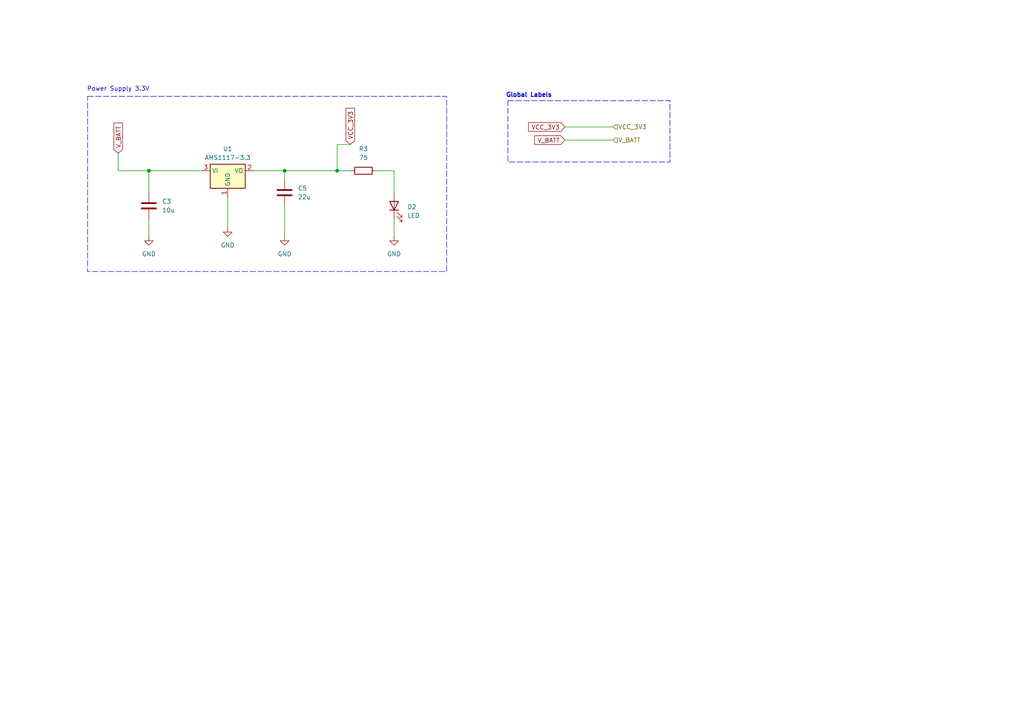
<source format=kicad_sch>
(kicad_sch (version 20231120) (generator "eeschema") (generator_version "8.0")
  (paper "A4")
  (lib_symbols
    (symbol "Device:C" (pin_numbers hide) (pin_names (offset 0.254))
      (property "Reference" "C" (at 0.635 2.54 0))
      (property "Value" "C" (at 0.635 -2.54 0))
      (symbol "C_0_1"
        (polyline (pts (xy -2.032 -0.762) (xy 2.032 -0.762)) (stroke (width 0.508)))
        (polyline (pts (xy -2.032 0.762) (xy 2.032 0.762)) (stroke (width 0.508)))
      )
      (symbol "C_1_1"
        (pin passive line (at 0 3.81 270) (length 2.794) (name "~") (number "1"))
        (pin passive line (at 0 -3.81 90) (length 2.794) (name "~") (number "2"))
      )
    )
    (symbol "Device:LED" (pin_numbers hide) (pin_names (offset 1.016) hide)
      (property "Reference" "D" (at 0 2.54 0))
      (property "Value" "LED" (at 0 -2.54 0))
      (symbol "LED_0_1"
        (polyline (pts (xy -1.27 -1.27) (xy -1.27 1.27)) (stroke (width 0.254)))
        (polyline (pts (xy -1.27 0) (xy 1.27 0)))
        (polyline (pts (xy 1.27 -1.27) (xy 1.27 1.27) (xy -1.27 0) (xy 1.27 -1.27)) (stroke (width 0.254)))
        (polyline (pts (xy -3.048 -0.762) (xy -4.572 -2.286) (xy -3.81 -2.286) (xy -4.572 -2.286) (xy -4.572 -1.524)))
        (polyline (pts (xy -1.778 -0.762) (xy -3.302 -2.286) (xy -2.54 -2.286) (xy -3.302 -2.286) (xy -3.302 -1.524)))
      )
      (symbol "LED_1_1"
        (pin passive line (at -3.81 0 0) (length 2.54) (name "K") (number "1"))
        (pin passive line (at 3.81 0 180) (length 2.54) (name "A") (number "2"))
      )
    )
    (symbol "Device:R" (pin_numbers hide) (pin_names (offset 0))
      (property "Reference" "R" (at 2.032 0 90))
      (property "Value" "R" (at 0 0 90))
      (symbol "R_0_1"
        (rectangle (start -1.016 -2.54) (end 1.016 2.54) (stroke (width 0.254)))
      )
      (symbol "R_1_1"
        (pin passive line (at 0 3.81 270) (length 1.27) (name "~") (number "1"))
        (pin passive line (at 0 -3.81 90) (length 1.27) (name "~") (number "2"))
      )
    )
    (symbol "Regulator_Linear:AMS1117-3.3"
      (property "Reference" "U" (at -3.81 3.175 0))
      (property "Value" "AMS1117-3.3" (at 0 3.175 0))
      (symbol "AMS1117-3.3_0_1"
        (rectangle (start -5.08 -5.08) (end 5.08 1.905) (stroke (width 0.254)) (fill (type background)))
      )
      (symbol "AMS1117-3.3_1_1"
        (pin power_in line (at 0 -7.62 90) (length 2.54) (name "GND") (number "1"))
        (pin power_out line (at 7.62 0 180) (length 2.54) (name "VO") (number "2"))
        (pin power_in line (at -7.62 0 0) (length 2.54) (name "VI") (number "3"))
      )
    )
    (symbol "power:GND" (power) (pin_numbers hide) (pin_names (offset 0) hide)
      (property "Value" "GND" (at 0 -3.81 0))
      (symbol "GND_0_1"
        (polyline (pts (xy 0 0) (xy 0 -1.27) (xy 1.27 -1.27) (xy 0 -2.54) (xy -1.27 -1.27) (xy 0 -1.27)))
      )
      (symbol "GND_1_1"
        (pin power_in line (at 0 0 270) (length 0) (name "~") (number "1"))
      )
    )
  )
  (junction (at 97.79 49.53))
  (junction (at 43.18 49.53))
  (junction (at 82.55 49.53))
  (wire (pts (xy 82.55 59.69) (xy 82.55 68.58)))
  (wire (pts (xy 163.83 40.64) (xy 177.8 40.64)))
  (wire (pts (xy 114.3 63.5) (xy 114.3 68.58)))
  (wire (pts (xy 43.18 63.5) (xy 43.18 68.58)))
  (wire (pts (xy 97.79 49.53) (xy 101.6 49.53)))
  (wire (pts (xy 73.66 49.53) (xy 82.55 49.53)))
  (wire (pts (xy 34.29 49.53) (xy 34.29 44.45)))
  (wire (pts (xy 114.3 49.53) (xy 114.3 55.88)))
  (wire (pts (xy 82.55 49.53) (xy 97.79 49.53)))
  (wire (pts (xy 66.04 57.15) (xy 66.04 66.04)))
  (wire (pts (xy 97.79 41.91) (xy 101.6 41.91)))
  (wire (pts (xy 34.29 49.53) (xy 43.18 49.53)))
  (wire (pts (xy 43.18 49.53) (xy 58.42 49.53)))
  (wire (pts (xy 82.55 49.53) (xy 82.55 52.07)))
  (wire (pts (xy 97.79 49.53) (xy 97.79 41.91)))
  (wire (pts (xy 43.18 49.53) (xy 43.18 55.88)))
  (wire (pts (xy 109.22 49.53) (xy 114.3 49.53)))
  (wire (pts (xy 163.83 36.83) (xy 177.8 36.83)))
  (rectangle (start 147.32 29.21) (end 194.31 46.99) (stroke (width 0) (type dash)))
  (rectangle (start 25.4 27.94) (end 129.54 78.74) (stroke (width 0) (type dash)))
  (text "Global Labels" (at 153.416 27.686 0) (effects (font (size 1.27 1.27) (thickness 0.254) (bold yes))))
  (text "Power Supply 3.3V" (at 34.29 25.908 0) (effects (font (size 1.27 1.27))))
  (global_label "V_BATT" (shape input) (at 163.83 40.64 180) (property "Intersheetrefs" "${INTERSHEET_REFS}" (effects (hide yes))))
  (global_label "V_BATT" (shape input) (at 34.29 44.45 90) (property "Intersheetrefs" "${INTERSHEET_REFS}" (effects (hide yes))))
  (global_label "VCC_3V3" (shape input) (at 163.83 36.83 180) (property "Intersheetrefs" "${INTERSHEET_REFS}" (effects (hide yes))))
  (global_label "VCC_3V3" (shape input) (at 101.6 41.91 90) (property "Intersheetrefs" "${INTERSHEET_REFS}" (effects (hide yes))))
  (hierarchical_label "VCC_3V3" (shape input) (at 177.8 36.83 0))
  (hierarchical_label "V_BATT" (shape input) (at 177.8 40.64 0))
  (symbol (lib_id "Device:C") (at 82.55 55.88 0) (unit 1)
    (property "Reference" "C5" (at 86.36 54.6099 0) (effects (justify left)))
    (property "Value" "22u" (at 86.36 57.1499 0) (effects (justify left)))
    (property "Footprint" "Capacitor_SMD:C_0805_2012Metric_Pad1.18x1.45mm_HandSolder" (effects (hide yes)))
    (property "Description" "Unpolarized capacitor" (effects (hide yes)))
  )
  (symbol (lib_id "Device:C") (at 43.18 59.69 0) (unit 1)
    (property "Reference" "C3" (at 46.99 58.4199 0) (effects (justify left)))
    (property "Value" "10u" (at 46.99 60.9599 0) (effects (justify left)))
    (property "Footprint" "Capacitor_SMD:C_0805_2012Metric_Pad1.18x1.45mm_HandSolder" (effects (hide yes)))
    (property "Description" "Unpolarized capacitor" (effects (hide yes)))
  )
  (symbol (lib_id "power:GND") (at 43.18 68.58 0) (unit 1)
    (property "Reference" "#PWR034" (effects (hide yes)))
    (property "Value" "GND" (at 43.18 73.66 0))
    (property "Description" "Power symbol creates a global label with name \"GND\" , ground" (effects (hide yes)))
  )
  (symbol (lib_id "power:GND") (at 82.55 68.58 0) (unit 1)
    (property "Reference" "#PWR06" (effects (hide yes)))
    (property "Value" "GND" (at 82.55 73.66 0))
    (property "Description" "Power symbol creates a global label with name \"GND\" , ground" (effects (hide yes)))
  )
  (symbol (lib_id "Device:LED") (at 114.3 59.69 90) (unit 1)
    (property "Reference" "D2" (at 118.11 60.0074 90) (effects (justify right)))
    (property "Value" "LED" (at 118.11 62.5474 90) (effects (justify right)))
    (property "Footprint" "LED_SMD:LED_0805_2012Metric_Pad1.15x1.40mm_HandSolder" (effects (hide yes)))
    (property "Description" "Light emitting diode" (effects (hide yes)))
  )
  (symbol (lib_id "power:GND") (at 66.04 66.04 0) (unit 1)
    (property "Reference" "#PWR05" (effects (hide yes)))
    (property "Value" "GND" (at 66.04 71.12 0))
    (property "Description" "Power symbol creates a global label with name \"GND\" , ground" (effects (hide yes)))
  )
  (symbol (lib_id "power:GND") (at 114.3 68.58 0) (unit 1)
    (property "Reference" "#PWR019" (effects (hide yes)))
    (property "Value" "GND" (at 114.3 73.66 0))
    (property "Description" "Power symbol creates a global label with name \"GND\" , ground" (effects (hide yes)))
  )
  (symbol (lib_id "Regulator_Linear:AMS1117-3.3") (at 66.04 49.53 0) (unit 1)
    (property "Reference" "U1" (at 66.04 43.18 0))
    (property "Value" "AMS1117-3.3" (at 66.04 45.72 0))
    (property "Footprint" "Package_TO_SOT_SMD:SOT-223-3_TabPin2" (effects (hide yes)))
    (property "Datasheet" "http://www.advanced-monolithic.com/pdf/ds1117.pdf" (effects (hide yes)))
    (property "Description" "1A Low Dropout regulator, positive, 3.3V fixed output, SOT-223" (effects (hide yes)))
  )
  (symbol (lib_id "Device:R") (at 105.41 49.53 90) (unit 1)
    (property "Reference" "R3" (at 105.41 43.18 90))
    (property "Value" "75" (at 105.41 45.72 90))
    (property "Footprint" "Resistor_SMD:R_0805_2012Metric_Pad1.20x1.40mm_HandSolder" (effects (hide yes)))
    (property "Description" "Resistor" (effects (hide yes)))
  )
)
</source>
